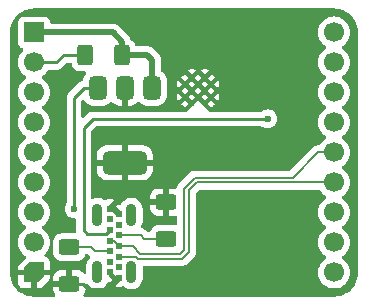
<source format=gbr>
%TF.GenerationSoftware,KiCad,Pcbnew,8.0.4*%
%TF.CreationDate,2024-07-30T10:21:49-04:00*%
%TF.ProjectId,esp32-c3-wroom-socket,65737033-322d-4633-932d-77726f6f6d2d,rev?*%
%TF.SameCoordinates,Original*%
%TF.FileFunction,Copper,L2,Bot*%
%TF.FilePolarity,Positive*%
%FSLAX46Y46*%
G04 Gerber Fmt 4.6, Leading zero omitted, Abs format (unit mm)*
G04 Created by KiCad (PCBNEW 8.0.4) date 2024-07-30 10:21:49*
%MOMM*%
%LPD*%
G01*
G04 APERTURE LIST*
G04 Aperture macros list*
%AMRoundRect*
0 Rectangle with rounded corners*
0 $1 Rounding radius*
0 $2 $3 $4 $5 $6 $7 $8 $9 X,Y pos of 4 corners*
0 Add a 4 corners polygon primitive as box body*
4,1,4,$2,$3,$4,$5,$6,$7,$8,$9,$2,$3,0*
0 Add four circle primitives for the rounded corners*
1,1,$1+$1,$2,$3*
1,1,$1+$1,$4,$5*
1,1,$1+$1,$6,$7*
1,1,$1+$1,$8,$9*
0 Add four rect primitives between the rounded corners*
20,1,$1+$1,$2,$3,$4,$5,0*
20,1,$1+$1,$4,$5,$6,$7,0*
20,1,$1+$1,$6,$7,$8,$9,0*
20,1,$1+$1,$8,$9,$2,$3,0*%
%AMOutline5P*
0 Free polygon, 5 corners , with rotation*
0 The origin of the aperture is its center*
0 number of corners: always 5*
0 $1 to $10 corner X, Y*
0 $11 Rotation angle, in degrees counterclockwise*
0 create outline with 5 corners*
4,1,5,$1,$2,$3,$4,$5,$6,$7,$8,$9,$10,$1,$2,$11*%
%AMOutline6P*
0 Free polygon, 6 corners , with rotation*
0 The origin of the aperture is its center*
0 number of corners: always 6*
0 $1 to $12 corner X, Y*
0 $13 Rotation angle, in degrees counterclockwise*
0 create outline with 6 corners*
4,1,6,$1,$2,$3,$4,$5,$6,$7,$8,$9,$10,$11,$12,$1,$2,$13*%
%AMOutline7P*
0 Free polygon, 7 corners , with rotation*
0 The origin of the aperture is its center*
0 number of corners: always 7*
0 $1 to $14 corner X, Y*
0 $15 Rotation angle, in degrees counterclockwise*
0 create outline with 7 corners*
4,1,7,$1,$2,$3,$4,$5,$6,$7,$8,$9,$10,$11,$12,$13,$14,$1,$2,$15*%
%AMOutline8P*
0 Free polygon, 8 corners , with rotation*
0 The origin of the aperture is its center*
0 number of corners: always 8*
0 $1 to $16 corner X, Y*
0 $17 Rotation angle, in degrees counterclockwise*
0 create outline with 8 corners*
4,1,8,$1,$2,$3,$4,$5,$6,$7,$8,$9,$10,$11,$12,$13,$14,$15,$16,$1,$2,$17*%
G04 Aperture macros list end*
%TA.AperFunction,ComponentPad*%
%ADD10C,0.400000*%
%TD*%
%TA.AperFunction,ComponentPad*%
%ADD11C,0.609600*%
%TD*%
%TA.AperFunction,ComponentPad*%
%ADD12O,0.914400X1.905000*%
%TD*%
%TA.AperFunction,ComponentPad*%
%ADD13R,1.700000X1.700000*%
%TD*%
%TA.AperFunction,ComponentPad*%
%ADD14C,1.700000*%
%TD*%
%TA.AperFunction,ComponentPad*%
%ADD15Outline6P,-0.850000X0.340000X-0.340000X0.850000X0.850000X0.850000X0.850000X-0.340000X0.340000X-0.850000X-0.850000X-0.850000X0.000000*%
%TD*%
%TA.AperFunction,SMDPad,CuDef*%
%ADD16RoundRect,0.375000X-0.375000X0.625000X-0.375000X-0.625000X0.375000X-0.625000X0.375000X0.625000X0*%
%TD*%
%TA.AperFunction,SMDPad,CuDef*%
%ADD17RoundRect,0.500000X-1.400000X0.500000X-1.400000X-0.500000X1.400000X-0.500000X1.400000X0.500000X0*%
%TD*%
%TA.AperFunction,SMDPad,CuDef*%
%ADD18RoundRect,0.250000X0.400000X0.625000X-0.400000X0.625000X-0.400000X-0.625000X0.400000X-0.625000X0*%
%TD*%
%TA.AperFunction,SMDPad,CuDef*%
%ADD19RoundRect,0.250000X-0.625000X0.400000X-0.625000X-0.400000X0.625000X-0.400000X0.625000X0.400000X0*%
%TD*%
%TA.AperFunction,ViaPad*%
%ADD20C,0.600000*%
%TD*%
%TA.AperFunction,Conductor*%
%ADD21C,0.250000*%
%TD*%
%TA.AperFunction,Conductor*%
%ADD22C,0.500000*%
%TD*%
%TA.AperFunction,Conductor*%
%ADD23C,0.200000*%
%TD*%
G04 APERTURE END LIST*
D10*
%TO.P,U1,28,GND__10*%
%TO.N,GND*%
X157350000Y-63300000D03*
%TO.P,U1,29,GND__11*%
X158450000Y-63300000D03*
%TO.P,U1,30,GND__12*%
X156800000Y-63850000D03*
%TO.P,U1,31,GND__13*%
X157900000Y-63850000D03*
%TO.P,U1,32,GND__14*%
X159000000Y-63850000D03*
%TO.P,U1,33,GND__15*%
X157350000Y-64400000D03*
%TO.P,U1,34,GND__16*%
X158450000Y-64400000D03*
%TO.P,U1,35,GND__17*%
X156800000Y-64950000D03*
%TO.P,U1,36,GND__18*%
X157900000Y-64950000D03*
%TO.P,U1,37,GND__19*%
X159000000Y-64950000D03*
%TO.P,U1,38,GND__20*%
X157350000Y-65500000D03*
%TO.P,U1,39,GND__21*%
X158450000Y-65500000D03*
%TD*%
D11*
%TO.P,J3,A1,GND*%
%TO.N,GND*%
X150419999Y-79799999D03*
%TO.P,J3,A4,VBUS*%
%TO.N,VBUS*%
X150419999Y-78899998D03*
%TO.P,J3,A5,CC1*%
%TO.N,Net-(J3-CC1)*%
X150419999Y-78000000D03*
%TO.P,J3,A6,DP1*%
%TO.N,USB_D+*%
X150419999Y-77099999D03*
%TO.P,J3,A7,DN1*%
%TO.N,USB_D-*%
X150419999Y-76199999D03*
%TO.P,J3,A9,VBUS*%
%TO.N,VBUS*%
X150419999Y-75300000D03*
%TO.P,J3,A12,GND*%
%TO.N,GND*%
X150419999Y-74400000D03*
%TO.P,J3,B1,GND*%
X151200000Y-74850000D03*
%TO.P,J3,B4,VBUS*%
%TO.N,VBUS*%
X151200000Y-75750000D03*
%TO.P,J3,B5,CC2*%
%TO.N,Net-(J3-CC2)*%
X151200000Y-76650000D03*
%TO.P,J3,B6,DP2*%
%TO.N,USB_D+*%
X151200000Y-77550000D03*
%TO.P,J3,B7,DN2*%
%TO.N,USB_D-*%
X151200000Y-78450000D03*
%TO.P,J3,B9,VBUS*%
%TO.N,VBUS*%
X151200000Y-79350000D03*
%TO.P,J3,B12,GND*%
%TO.N,GND*%
X151200000Y-80250000D03*
D12*
%TO.P,J3,S_1*%
%TO.N,N/C*%
X149379999Y-79749999D03*
%TO.P,J3,S_2*%
X152239999Y-79749999D03*
%TO.P,J3,S_3*%
X149379999Y-74950000D03*
%TO.P,J3,S_4*%
X152239999Y-74950000D03*
%TD*%
D13*
%TO.P,J2,1*%
%TO.N,3V3*%
X144010000Y-59480000D03*
D14*
%TO.P,J2,2*%
%TO.N,EN*%
X144010000Y-62020000D03*
%TO.P,J2,3*%
%TO.N,GPIO4*%
X144010000Y-64560000D03*
%TO.P,J2,4*%
%TO.N,GPIO5*%
X144010000Y-67100000D03*
%TO.P,J2,5*%
%TO.N,GPIO6*%
X144010000Y-69640000D03*
%TO.P,J2,6*%
%TO.N,GPIO7*%
X144010000Y-72180000D03*
%TO.P,J2,7*%
%TO.N,GPIO8*%
X144010000Y-74720000D03*
%TO.P,J2,8*%
%TO.N,GPIO9*%
X144010000Y-77260000D03*
D15*
%TO.P,J2,9*%
%TO.N,GND*%
X144010000Y-79800000D03*
D14*
%TO.P,J2,10*%
%TO.N,GPIO10*%
X169410000Y-79800000D03*
%TO.P,J2,11*%
%TO.N,UART-RX*%
X169410000Y-77260000D03*
%TO.P,J2,12*%
%TO.N,UART-TX*%
X169410000Y-74720000D03*
%TO.P,J2,13*%
%TO.N,USB_D-*%
X169410000Y-72180000D03*
%TO.P,J2,14*%
%TO.N,USB_D+*%
X169410000Y-69640000D03*
%TO.P,J2,15*%
%TO.N,GPIO3*%
X169410000Y-67100000D03*
%TO.P,J2,16*%
%TO.N,GPIO2*%
X169410000Y-64560000D03*
%TO.P,J2,17*%
%TO.N,GPIO1*%
X169410000Y-62020000D03*
%TO.P,J2,18*%
%TO.N,GPIO0*%
X169410000Y-59480000D03*
%TD*%
D16*
%TO.P,U2,1,VI*%
%TO.N,VBUS*%
X149400000Y-64200000D03*
%TO.P,U2,2,GND*%
%TO.N,GND*%
X151700000Y-64200000D03*
D17*
X151700000Y-70500000D03*
D16*
%TO.P,U2,3,VO*%
%TO.N,3V3*%
X154000000Y-64200000D03*
%TD*%
D18*
%TO.P,R1,1*%
%TO.N,3V3*%
X151450000Y-61400000D03*
%TO.P,R1,2*%
%TO.N,EN*%
X148350000Y-61400000D03*
%TD*%
D19*
%TO.P,R5,1*%
%TO.N,Net-(J3-CC1)*%
X147000000Y-77650000D03*
%TO.P,R5,2*%
%TO.N,GND*%
X147000000Y-80750000D03*
%TD*%
%TO.P,R6,1*%
%TO.N,GND*%
X155200000Y-73850000D03*
%TO.P,R6,2*%
%TO.N,Net-(J3-CC2)*%
X155200000Y-76950000D03*
%TD*%
D20*
%TO.N,GND*%
X155000000Y-58000000D03*
X154200000Y-58000000D03*
X153400000Y-58000000D03*
X152600000Y-58000000D03*
X156200000Y-68800000D03*
X156200000Y-69600000D03*
X156200000Y-70400000D03*
X156200000Y-71200000D03*
X164800000Y-77000000D03*
X165600000Y-77000000D03*
X166400000Y-77000000D03*
X152800000Y-68200000D03*
X152000000Y-68200000D03*
X151200000Y-68200000D03*
X150400000Y-68200000D03*
X154000000Y-80000000D03*
X154000000Y-81200000D03*
%TO.N,VBUS*%
X147400000Y-74400000D03*
%TO.N,USB_D-*%
X163800000Y-66800000D03*
%TD*%
D21*
%TO.N,USB_D-*%
X148504799Y-76504799D02*
X150115199Y-76504799D01*
X148200000Y-76200000D02*
X148504799Y-76504799D01*
X148200000Y-67600000D02*
X148200000Y-76200000D01*
X150115199Y-76504799D02*
X150419999Y-76199999D01*
X163800000Y-66800000D02*
X149000000Y-66800000D01*
X149000000Y-66800000D02*
X148200000Y-67600000D01*
%TO.N,VBUS*%
X148200000Y-64200000D02*
X149400000Y-64200000D01*
X147400000Y-65000000D02*
X148200000Y-64200000D01*
X147400000Y-74400000D02*
X147400000Y-65000000D01*
D22*
%TO.N,3V3*%
X154000000Y-61800000D02*
X154000000Y-64200000D01*
X153600000Y-61400000D02*
X154000000Y-61800000D01*
X151450000Y-61400000D02*
X153600000Y-61400000D01*
X151450000Y-60250000D02*
X151450000Y-61400000D01*
D21*
%TO.N,GND*%
X150419999Y-79799999D02*
X150870000Y-80250000D01*
D22*
X151200000Y-74850000D02*
X150750000Y-74400000D01*
D21*
X148150000Y-80750000D02*
X147000000Y-80750000D01*
X150250000Y-81200000D02*
X148600000Y-81200000D01*
D22*
X147402499Y-81152499D02*
X147000000Y-80750000D01*
D21*
X151200000Y-80250000D02*
X150250000Y-81200000D01*
X148600000Y-81200000D02*
X148150000Y-80750000D01*
X150870000Y-80250000D02*
X151200000Y-80250000D01*
D22*
X150750000Y-74400000D02*
X150419999Y-74400000D01*
D23*
%TO.N,USB_D+*%
X150749999Y-77099999D02*
X151200000Y-77550000D01*
X165920000Y-71780000D02*
X168060000Y-69640000D01*
X153000000Y-78200000D02*
X156400000Y-78200000D01*
X156400000Y-78200000D02*
X156700000Y-77900000D01*
X156700000Y-72700000D02*
X157620000Y-71780000D01*
X151200000Y-77550000D02*
X152350000Y-77550000D01*
X157620000Y-71780000D02*
X165920000Y-71780000D01*
X156700000Y-77900000D02*
X156700000Y-72700000D01*
X152350000Y-77550000D02*
X153000000Y-78200000D01*
X150419999Y-77099999D02*
X150749999Y-77099999D01*
X168060000Y-69640000D02*
X169410000Y-69640000D01*
%TO.N,USB_D-*%
X157125000Y-73255000D02*
X157125000Y-72840686D01*
X151200000Y-78450000D02*
X152648959Y-78450000D01*
X156576041Y-78625000D02*
X157125000Y-78076041D01*
X157785686Y-72180000D02*
X169410000Y-72180000D01*
X157125000Y-78076041D02*
X157125000Y-73255000D01*
X152823959Y-78625000D02*
X156576041Y-78625000D01*
X152648959Y-78450000D02*
X152823959Y-78625000D01*
X157125000Y-72840686D02*
X157785686Y-72180000D01*
D21*
%TO.N,EN*%
X148350000Y-61400000D02*
X146520000Y-61400000D01*
X144010000Y-62020000D02*
X145900000Y-62020000D01*
X146520000Y-61400000D02*
X145900000Y-62020000D01*
D22*
%TO.N,3V3*%
X150680000Y-59480000D02*
X151450000Y-60250000D01*
D23*
X144030000Y-59500000D02*
X144010000Y-59480000D01*
D22*
X144010000Y-59480000D02*
X150680000Y-59480000D01*
D23*
%TO.N,Net-(J3-CC2)*%
X153350000Y-76950000D02*
X155200000Y-76950000D01*
X151200000Y-76650000D02*
X153050000Y-76650000D01*
X153050000Y-76650000D02*
X153350000Y-76950000D01*
%TO.N,Net-(J3-CC1)*%
X150419999Y-78000000D02*
X149200000Y-78000000D01*
X149200000Y-78000000D02*
X148850000Y-77650000D01*
X148850000Y-77650000D02*
X147000000Y-77650000D01*
%TD*%
%TA.AperFunction,Conductor*%
%TO.N,GND*%
G36*
X169414042Y-57440765D02*
G01*
X169436774Y-57442254D01*
X169668114Y-57457417D01*
X169684172Y-57459532D01*
X169929888Y-57508408D01*
X169945554Y-57512606D01*
X170096709Y-57563916D01*
X170182788Y-57593136D01*
X170197765Y-57599339D01*
X170415336Y-57706633D01*
X170422460Y-57710146D01*
X170436508Y-57718256D01*
X170644815Y-57857443D01*
X170657679Y-57867314D01*
X170846033Y-58032497D01*
X170857502Y-58043966D01*
X171022685Y-58232320D01*
X171032558Y-58245186D01*
X171050778Y-58272455D01*
X171171743Y-58453492D01*
X171179853Y-58467539D01*
X171290657Y-58692227D01*
X171296864Y-58707213D01*
X171377393Y-58944445D01*
X171381591Y-58960111D01*
X171430465Y-59205813D01*
X171432583Y-59221895D01*
X171449235Y-59475956D01*
X171449500Y-59484066D01*
X171449500Y-79795933D01*
X171449235Y-79804043D01*
X171432583Y-80058104D01*
X171430465Y-80074186D01*
X171381591Y-80319888D01*
X171377393Y-80335554D01*
X171296864Y-80572786D01*
X171290657Y-80587772D01*
X171179853Y-80812460D01*
X171171743Y-80826507D01*
X171032559Y-81034811D01*
X171022685Y-81047679D01*
X170857502Y-81236033D01*
X170846033Y-81247502D01*
X170657679Y-81412685D01*
X170644811Y-81422559D01*
X170436507Y-81561743D01*
X170422460Y-81569853D01*
X170197772Y-81680657D01*
X170182786Y-81686864D01*
X169945554Y-81767393D01*
X169929888Y-81771591D01*
X169684186Y-81820465D01*
X169668104Y-81822583D01*
X169414043Y-81839235D01*
X169405933Y-81839500D01*
X148295523Y-81839500D01*
X148228484Y-81819815D01*
X148182729Y-81767011D01*
X148172785Y-81697853D01*
X148201810Y-81634297D01*
X148207842Y-81627819D01*
X148217315Y-81618345D01*
X148309356Y-81469124D01*
X148309358Y-81469119D01*
X148364505Y-81302697D01*
X148364506Y-81302690D01*
X148374999Y-81199986D01*
X148374999Y-80873799D01*
X148394683Y-80806760D01*
X148447487Y-80761005D01*
X148516646Y-80751061D01*
X148580201Y-80780086D01*
X148602101Y-80804907D01*
X148636107Y-80855800D01*
X148769497Y-80989190D01*
X148769501Y-80989193D01*
X148926351Y-81093998D01*
X148926364Y-81094005D01*
X149100643Y-81166193D01*
X149100648Y-81166195D01*
X149270527Y-81199986D01*
X149285669Y-81202998D01*
X149285672Y-81202999D01*
X149285674Y-81202999D01*
X149474326Y-81202999D01*
X149474327Y-81202998D01*
X149659350Y-81166195D01*
X149833640Y-81094002D01*
X149990497Y-80989193D01*
X150123893Y-80855797D01*
X150228702Y-80698940D01*
X150236760Y-80679485D01*
X150280599Y-80625083D01*
X150346892Y-80603016D01*
X150365206Y-80603717D01*
X150426506Y-80610624D01*
X150427336Y-80610671D01*
X150479857Y-80616588D01*
X150681446Y-80415000D01*
X150681446Y-80414999D01*
X150374018Y-80107571D01*
X150340533Y-80046248D01*
X150337699Y-80019890D01*
X150337699Y-79985851D01*
X150379580Y-80003199D01*
X150460418Y-80003199D01*
X150535103Y-79972264D01*
X150592264Y-79915103D01*
X150602214Y-79891081D01*
X150694725Y-79983592D01*
X150694731Y-79983597D01*
X150848374Y-80080138D01*
X150848377Y-80080140D01*
X150848381Y-80080141D01*
X150848382Y-80080142D01*
X150925158Y-80107007D01*
X151019670Y-80140078D01*
X151019675Y-80140079D01*
X151025324Y-80140715D01*
X150996800Y-80209581D01*
X150996800Y-80290419D01*
X151027735Y-80365104D01*
X151084896Y-80422265D01*
X151159581Y-80453200D01*
X151240419Y-80453200D01*
X151299259Y-80428828D01*
X151293275Y-80495705D01*
X151265566Y-80537985D01*
X150833410Y-80970141D01*
X150848597Y-80979685D01*
X150848601Y-80979687D01*
X151019784Y-81039587D01*
X151199997Y-81059892D01*
X151200003Y-81059892D01*
X151380214Y-81039587D01*
X151534919Y-80985453D01*
X151604698Y-80981891D01*
X151644764Y-80999391D01*
X151786358Y-81094002D01*
X151786360Y-81094003D01*
X151786364Y-81094005D01*
X151960643Y-81166193D01*
X151960648Y-81166195D01*
X152130527Y-81199986D01*
X152145669Y-81202998D01*
X152145672Y-81202999D01*
X152145674Y-81202999D01*
X152334326Y-81202999D01*
X152334327Y-81202998D01*
X152519350Y-81166195D01*
X152693640Y-81094002D01*
X152850497Y-80989193D01*
X152983893Y-80855797D01*
X153088702Y-80698940D01*
X153160895Y-80524650D01*
X153197699Y-80339624D01*
X153197699Y-79349500D01*
X153217384Y-79282461D01*
X153270188Y-79236706D01*
X153321699Y-79225500D01*
X156489372Y-79225500D01*
X156489388Y-79225501D01*
X156496984Y-79225501D01*
X156655095Y-79225501D01*
X156655098Y-79225501D01*
X156807826Y-79184577D01*
X156807828Y-79184575D01*
X156807830Y-79184575D01*
X156807831Y-79184574D01*
X156861305Y-79153701D01*
X156861306Y-79153700D01*
X156944757Y-79105520D01*
X157056561Y-78993716D01*
X157056561Y-78993714D01*
X157066765Y-78983511D01*
X157066769Y-78983506D01*
X157483506Y-78566769D01*
X157483511Y-78566765D01*
X157493714Y-78556561D01*
X157493716Y-78556561D01*
X157605520Y-78444757D01*
X157669854Y-78333327D01*
X157684577Y-78307826D01*
X157725500Y-78155099D01*
X157725500Y-77996984D01*
X157725500Y-73175943D01*
X157725500Y-73140783D01*
X157745185Y-73073744D01*
X157761819Y-73053102D01*
X157998102Y-72816819D01*
X158059425Y-72783334D01*
X158085783Y-72780500D01*
X168120909Y-72780500D01*
X168187948Y-72800185D01*
X168233292Y-72852097D01*
X168235965Y-72857830D01*
X168235966Y-72857831D01*
X168371501Y-73051395D01*
X168371506Y-73051402D01*
X168538597Y-73218493D01*
X168538603Y-73218498D01*
X168724158Y-73348425D01*
X168767783Y-73403002D01*
X168774977Y-73472500D01*
X168743454Y-73534855D01*
X168724158Y-73551575D01*
X168538597Y-73681505D01*
X168371505Y-73848597D01*
X168235965Y-74042169D01*
X168235964Y-74042171D01*
X168136098Y-74256335D01*
X168136094Y-74256344D01*
X168074938Y-74484586D01*
X168074936Y-74484596D01*
X168054341Y-74719999D01*
X168054341Y-74720000D01*
X168074936Y-74955403D01*
X168074938Y-74955413D01*
X168136094Y-75183655D01*
X168136096Y-75183659D01*
X168136097Y-75183663D01*
X168150007Y-75213493D01*
X168235965Y-75397830D01*
X168235967Y-75397834D01*
X168371501Y-75591395D01*
X168371506Y-75591402D01*
X168538597Y-75758493D01*
X168538603Y-75758498D01*
X168724158Y-75888425D01*
X168767783Y-75943002D01*
X168774977Y-76012500D01*
X168743454Y-76074855D01*
X168724158Y-76091575D01*
X168538597Y-76221505D01*
X168371505Y-76388597D01*
X168235965Y-76582169D01*
X168235964Y-76582171D01*
X168136098Y-76796335D01*
X168136094Y-76796344D01*
X168074938Y-77024586D01*
X168074936Y-77024596D01*
X168054341Y-77259999D01*
X168054341Y-77260000D01*
X168074936Y-77495403D01*
X168074938Y-77495413D01*
X168136094Y-77723655D01*
X168136096Y-77723659D01*
X168136097Y-77723663D01*
X168235965Y-77937830D01*
X168235967Y-77937834D01*
X168277385Y-77996984D01*
X168371501Y-78131396D01*
X168371506Y-78131402D01*
X168538597Y-78298493D01*
X168538603Y-78298498D01*
X168724158Y-78428425D01*
X168767783Y-78483002D01*
X168774977Y-78552500D01*
X168743454Y-78614855D01*
X168724158Y-78631575D01*
X168538597Y-78761505D01*
X168371505Y-78928597D01*
X168235965Y-79122169D01*
X168235964Y-79122171D01*
X168187781Y-79225501D01*
X168136686Y-79335075D01*
X168136098Y-79336335D01*
X168136094Y-79336344D01*
X168074938Y-79564586D01*
X168074936Y-79564596D01*
X168054341Y-79799999D01*
X168054341Y-79800000D01*
X168074936Y-80035403D01*
X168074938Y-80035413D01*
X168136094Y-80263655D01*
X168136096Y-80263659D01*
X168136097Y-80263663D01*
X168183400Y-80365104D01*
X168235965Y-80477830D01*
X168235967Y-80477834D01*
X168323621Y-80603016D01*
X168371505Y-80671401D01*
X168538599Y-80838495D01*
X168592162Y-80876000D01*
X168732165Y-80974032D01*
X168732167Y-80974033D01*
X168732170Y-80974035D01*
X168946337Y-81073903D01*
X169174592Y-81135063D01*
X169345319Y-81150000D01*
X169409999Y-81155659D01*
X169410000Y-81155659D01*
X169410001Y-81155659D01*
X169474681Y-81150000D01*
X169645408Y-81135063D01*
X169873663Y-81073903D01*
X170087830Y-80974035D01*
X170281401Y-80838495D01*
X170448495Y-80671401D01*
X170584035Y-80477830D01*
X170683903Y-80263663D01*
X170745063Y-80035408D01*
X170765659Y-79800000D01*
X170745063Y-79564592D01*
X170683903Y-79336337D01*
X170584035Y-79122171D01*
X170572375Y-79105518D01*
X170448494Y-78928597D01*
X170281402Y-78761506D01*
X170281396Y-78761501D01*
X170095842Y-78631575D01*
X170052217Y-78576998D01*
X170045023Y-78507500D01*
X170076546Y-78445145D01*
X170095842Y-78428425D01*
X170169157Y-78377089D01*
X170281401Y-78298495D01*
X170448495Y-78131401D01*
X170584035Y-77937830D01*
X170683903Y-77723663D01*
X170745063Y-77495408D01*
X170765659Y-77260000D01*
X170745063Y-77024592D01*
X170683903Y-76796337D01*
X170584035Y-76582171D01*
X170572142Y-76565185D01*
X170448494Y-76388597D01*
X170281402Y-76221506D01*
X170281396Y-76221501D01*
X170095842Y-76091575D01*
X170052217Y-76036998D01*
X170045023Y-75967500D01*
X170076546Y-75905145D01*
X170095842Y-75888425D01*
X170129032Y-75865185D01*
X170281401Y-75758495D01*
X170448495Y-75591401D01*
X170584035Y-75397830D01*
X170683903Y-75183663D01*
X170745063Y-74955408D01*
X170765659Y-74720000D01*
X170745063Y-74484592D01*
X170683903Y-74256337D01*
X170584035Y-74042171D01*
X170582078Y-74039375D01*
X170448494Y-73848597D01*
X170281402Y-73681506D01*
X170281396Y-73681501D01*
X170095842Y-73551575D01*
X170052217Y-73496998D01*
X170045023Y-73427500D01*
X170076546Y-73365145D01*
X170095842Y-73348425D01*
X170168853Y-73297302D01*
X170281401Y-73218495D01*
X170448495Y-73051401D01*
X170584035Y-72857830D01*
X170683903Y-72643663D01*
X170745063Y-72415408D01*
X170765659Y-72180000D01*
X170745063Y-71944592D01*
X170683903Y-71716337D01*
X170584035Y-71502171D01*
X170584034Y-71502169D01*
X170448494Y-71308597D01*
X170281402Y-71141506D01*
X170281396Y-71141501D01*
X170095842Y-71011575D01*
X170052217Y-70956998D01*
X170045023Y-70887500D01*
X170076546Y-70825145D01*
X170095842Y-70808425D01*
X170179281Y-70750000D01*
X170281401Y-70678495D01*
X170448495Y-70511401D01*
X170584035Y-70317830D01*
X170683903Y-70103663D01*
X170745063Y-69875408D01*
X170765659Y-69640000D01*
X170745063Y-69404592D01*
X170683903Y-69176337D01*
X170584035Y-68962171D01*
X170584034Y-68962169D01*
X170448494Y-68768597D01*
X170281402Y-68601506D01*
X170281396Y-68601501D01*
X170095842Y-68471575D01*
X170052217Y-68416998D01*
X170045023Y-68347500D01*
X170076546Y-68285145D01*
X170095842Y-68268425D01*
X170118026Y-68252891D01*
X170281401Y-68138495D01*
X170448495Y-67971401D01*
X170584035Y-67777830D01*
X170683903Y-67563663D01*
X170745063Y-67335408D01*
X170765659Y-67100000D01*
X170745063Y-66864592D01*
X170683903Y-66636337D01*
X170584035Y-66422171D01*
X170508392Y-66314140D01*
X170448494Y-66228597D01*
X170281402Y-66061506D01*
X170281396Y-66061501D01*
X170095842Y-65931575D01*
X170052217Y-65876998D01*
X170045023Y-65807500D01*
X170076546Y-65745145D01*
X170095842Y-65728425D01*
X170136437Y-65700000D01*
X170281401Y-65598495D01*
X170448495Y-65431401D01*
X170584035Y-65237830D01*
X170683903Y-65023663D01*
X170745063Y-64795408D01*
X170765659Y-64560000D01*
X170745063Y-64324592D01*
X170683903Y-64096337D01*
X170584035Y-63882171D01*
X170561510Y-63850001D01*
X170448494Y-63688597D01*
X170281402Y-63521506D01*
X170281396Y-63521501D01*
X170095842Y-63391575D01*
X170052217Y-63336998D01*
X170045023Y-63267500D01*
X170076546Y-63205145D01*
X170095842Y-63188425D01*
X170118105Y-63172836D01*
X170281401Y-63058495D01*
X170448495Y-62891401D01*
X170584035Y-62697830D01*
X170683903Y-62483663D01*
X170745063Y-62255408D01*
X170765659Y-62020000D01*
X170745063Y-61784592D01*
X170683903Y-61556337D01*
X170584035Y-61342171D01*
X170583652Y-61341623D01*
X170448494Y-61148597D01*
X170281402Y-60981506D01*
X170281396Y-60981501D01*
X170095842Y-60851575D01*
X170052217Y-60796998D01*
X170045023Y-60727500D01*
X170076546Y-60665145D01*
X170095842Y-60648425D01*
X170133295Y-60622200D01*
X170281401Y-60518495D01*
X170448495Y-60351401D01*
X170584035Y-60157830D01*
X170683903Y-59943663D01*
X170745063Y-59715408D01*
X170765659Y-59480000D01*
X170745063Y-59244592D01*
X170683903Y-59016337D01*
X170584035Y-58802171D01*
X170580265Y-58796786D01*
X170448494Y-58608597D01*
X170281402Y-58441506D01*
X170281395Y-58441501D01*
X170087834Y-58305967D01*
X170087830Y-58305965D01*
X170087828Y-58305964D01*
X169873663Y-58206097D01*
X169873659Y-58206096D01*
X169873655Y-58206094D01*
X169645413Y-58144938D01*
X169645403Y-58144936D01*
X169410001Y-58124341D01*
X169409999Y-58124341D01*
X169174596Y-58144936D01*
X169174586Y-58144938D01*
X168946344Y-58206094D01*
X168946335Y-58206098D01*
X168732171Y-58305964D01*
X168732169Y-58305965D01*
X168538597Y-58441505D01*
X168371505Y-58608597D01*
X168235965Y-58802169D01*
X168235964Y-58802171D01*
X168136098Y-59016335D01*
X168136094Y-59016344D01*
X168074938Y-59244586D01*
X168074936Y-59244596D01*
X168054341Y-59479999D01*
X168054341Y-59480000D01*
X168074936Y-59715403D01*
X168074938Y-59715413D01*
X168136094Y-59943655D01*
X168136096Y-59943659D01*
X168136097Y-59943663D01*
X168176864Y-60031087D01*
X168235965Y-60157830D01*
X168235967Y-60157834D01*
X168371501Y-60351395D01*
X168371506Y-60351402D01*
X168538597Y-60518493D01*
X168538603Y-60518498D01*
X168724158Y-60648425D01*
X168767783Y-60703002D01*
X168774977Y-60772500D01*
X168743454Y-60834855D01*
X168724158Y-60851575D01*
X168538597Y-60981505D01*
X168371505Y-61148597D01*
X168235965Y-61342169D01*
X168235964Y-61342171D01*
X168136098Y-61556335D01*
X168136094Y-61556344D01*
X168074938Y-61784586D01*
X168074936Y-61784596D01*
X168054341Y-62019999D01*
X168054341Y-62020000D01*
X168074936Y-62255403D01*
X168074938Y-62255413D01*
X168136094Y-62483655D01*
X168136096Y-62483659D01*
X168136097Y-62483663D01*
X168211563Y-62645500D01*
X168235965Y-62697830D01*
X168235967Y-62697834D01*
X168330589Y-62832967D01*
X168371501Y-62891396D01*
X168371506Y-62891402D01*
X168538597Y-63058493D01*
X168538603Y-63058498D01*
X168724158Y-63188425D01*
X168767783Y-63243002D01*
X168774977Y-63312500D01*
X168743454Y-63374855D01*
X168724158Y-63391575D01*
X168538597Y-63521505D01*
X168371505Y-63688597D01*
X168235965Y-63882169D01*
X168235964Y-63882171D01*
X168136098Y-64096335D01*
X168136094Y-64096344D01*
X168074938Y-64324586D01*
X168074936Y-64324596D01*
X168054341Y-64559999D01*
X168054341Y-64560000D01*
X168074936Y-64795403D01*
X168074938Y-64795413D01*
X168136094Y-65023655D01*
X168136096Y-65023659D01*
X168136097Y-65023663D01*
X168213160Y-65188924D01*
X168235965Y-65237830D01*
X168235967Y-65237834D01*
X168371501Y-65431395D01*
X168371506Y-65431402D01*
X168538597Y-65598493D01*
X168538603Y-65598498D01*
X168724158Y-65728425D01*
X168767783Y-65783002D01*
X168774977Y-65852500D01*
X168743454Y-65914855D01*
X168724158Y-65931575D01*
X168538597Y-66061505D01*
X168371505Y-66228597D01*
X168235965Y-66422169D01*
X168235964Y-66422171D01*
X168136098Y-66636335D01*
X168136094Y-66636344D01*
X168074938Y-66864586D01*
X168074936Y-66864596D01*
X168054341Y-67099999D01*
X168054341Y-67100000D01*
X168074936Y-67335403D01*
X168074938Y-67335413D01*
X168136094Y-67563655D01*
X168136096Y-67563659D01*
X168136097Y-67563663D01*
X168235965Y-67777830D01*
X168235967Y-67777834D01*
X168371501Y-67971395D01*
X168371506Y-67971402D01*
X168538597Y-68138493D01*
X168538603Y-68138498D01*
X168724158Y-68268425D01*
X168767783Y-68323002D01*
X168774977Y-68392500D01*
X168743454Y-68454855D01*
X168724158Y-68471575D01*
X168538597Y-68601505D01*
X168371506Y-68768596D01*
X168235965Y-68962170D01*
X168235962Y-68962176D01*
X168233292Y-68967903D01*
X168187120Y-69020343D01*
X168120910Y-69039499D01*
X167980943Y-69039499D01*
X167879963Y-69066557D01*
X167828210Y-69080424D01*
X167828209Y-69080425D01*
X167778096Y-69109359D01*
X167778095Y-69109360D01*
X167734689Y-69134420D01*
X167691285Y-69159479D01*
X167691282Y-69159481D01*
X167579478Y-69271286D01*
X165707584Y-71143181D01*
X165646261Y-71176666D01*
X165619903Y-71179500D01*
X157540940Y-71179500D01*
X157500019Y-71190464D01*
X157500019Y-71190465D01*
X157462751Y-71200451D01*
X157388214Y-71220423D01*
X157388209Y-71220426D01*
X157251290Y-71299475D01*
X157251282Y-71299481D01*
X156219479Y-72331284D01*
X156199507Y-72365878D01*
X156191065Y-72380501D01*
X156151126Y-72449676D01*
X156140424Y-72468213D01*
X156100228Y-72618224D01*
X156063862Y-72677884D01*
X156001015Y-72708413D01*
X155967850Y-72709488D01*
X155874986Y-72700000D01*
X155450000Y-72700000D01*
X155450000Y-74999999D01*
X155874972Y-74999999D01*
X155874984Y-74999998D01*
X155962897Y-74991017D01*
X156031590Y-75003786D01*
X156082475Y-75051667D01*
X156099500Y-75114375D01*
X156099500Y-75685120D01*
X156079815Y-75752159D01*
X156027011Y-75797914D01*
X155962898Y-75808478D01*
X155875011Y-75799500D01*
X154524998Y-75799500D01*
X154524981Y-75799501D01*
X154422203Y-75810000D01*
X154422200Y-75810001D01*
X154255668Y-75865185D01*
X154255663Y-75865187D01*
X154106342Y-75957289D01*
X153982289Y-76081342D01*
X153890187Y-76230663D01*
X153890184Y-76230671D01*
X153878972Y-76264506D01*
X153839199Y-76321950D01*
X153774683Y-76348772D01*
X153761267Y-76349500D01*
X153650097Y-76349500D01*
X153583058Y-76329815D01*
X153562416Y-76313181D01*
X153537590Y-76288355D01*
X153537588Y-76288352D01*
X153418717Y-76169481D01*
X153418709Y-76169475D01*
X153308880Y-76106066D01*
X153308879Y-76106065D01*
X153283780Y-76091575D01*
X153281785Y-76090423D01*
X153173175Y-76061320D01*
X153113516Y-76024955D01*
X153082987Y-75962108D01*
X153090708Y-75894096D01*
X153160895Y-75724651D01*
X153197699Y-75539625D01*
X153197699Y-74360375D01*
X153197699Y-74360372D01*
X153197698Y-74360370D01*
X153185687Y-74299986D01*
X153825001Y-74299986D01*
X153835494Y-74402697D01*
X153890641Y-74569119D01*
X153890643Y-74569124D01*
X153982684Y-74718345D01*
X154106654Y-74842315D01*
X154255875Y-74934356D01*
X154255880Y-74934358D01*
X154422302Y-74989505D01*
X154422309Y-74989506D01*
X154525019Y-74999999D01*
X154949999Y-74999999D01*
X154950000Y-74999998D01*
X154950000Y-74100000D01*
X153825001Y-74100000D01*
X153825001Y-74299986D01*
X153185687Y-74299986D01*
X153177006Y-74256344D01*
X153160895Y-74175349D01*
X153155610Y-74162590D01*
X153088705Y-74001065D01*
X153088698Y-74001052D01*
X152983893Y-73844202D01*
X152983890Y-73844198D01*
X152850500Y-73710808D01*
X152850496Y-73710805D01*
X152693646Y-73606000D01*
X152693633Y-73605993D01*
X152519354Y-73533805D01*
X152519342Y-73533802D01*
X152334327Y-73497000D01*
X152334324Y-73497000D01*
X152145674Y-73497000D01*
X152145671Y-73497000D01*
X151960655Y-73533802D01*
X151960643Y-73533805D01*
X151786364Y-73605993D01*
X151786351Y-73606000D01*
X151629501Y-73710805D01*
X151629497Y-73710808D01*
X151496107Y-73844198D01*
X151496104Y-73844202D01*
X151395588Y-73994635D01*
X151341976Y-74039440D01*
X151278602Y-74048964D01*
X151193502Y-74039375D01*
X151192655Y-74039328D01*
X151140140Y-74033411D01*
X150938553Y-74234999D01*
X151245980Y-74542426D01*
X151279465Y-74603749D01*
X151282299Y-74630107D01*
X151282299Y-74664146D01*
X151240419Y-74646800D01*
X151159581Y-74646800D01*
X151084896Y-74677735D01*
X151027735Y-74734896D01*
X151017784Y-74758918D01*
X150925273Y-74666407D01*
X150925267Y-74666402D01*
X150771624Y-74569861D01*
X150771621Y-74569859D01*
X150600328Y-74509921D01*
X150600324Y-74509920D01*
X150594674Y-74509283D01*
X150623199Y-74440419D01*
X150623199Y-74359581D01*
X150592264Y-74284896D01*
X150535103Y-74227735D01*
X150460418Y-74196800D01*
X150379580Y-74196800D01*
X150312894Y-74224421D01*
X150318427Y-74162590D01*
X150346136Y-74120308D01*
X150419999Y-74046446D01*
X150786586Y-73679857D01*
X150786587Y-73679857D01*
X150771395Y-73670312D01*
X150600214Y-73610412D01*
X150420002Y-73590108D01*
X150419996Y-73590108D01*
X150239786Y-73610412D01*
X150068597Y-73670313D01*
X150065151Y-73672479D01*
X150062612Y-73673196D01*
X150062328Y-73673333D01*
X150062304Y-73673283D01*
X149997913Y-73691472D01*
X149931079Y-73671099D01*
X149930298Y-73670581D01*
X149833646Y-73606000D01*
X149833633Y-73605993D01*
X149659354Y-73533805D01*
X149659342Y-73533802D01*
X149474327Y-73497000D01*
X149474324Y-73497000D01*
X149285674Y-73497000D01*
X149285671Y-73497000D01*
X149100655Y-73533802D01*
X149100643Y-73533805D01*
X148996952Y-73576755D01*
X148927482Y-73584224D01*
X148865003Y-73552948D01*
X148829352Y-73492859D01*
X148825500Y-73462194D01*
X148825500Y-73400013D01*
X153825000Y-73400013D01*
X153825000Y-73600000D01*
X154950000Y-73600000D01*
X154950000Y-72700000D01*
X154525028Y-72700000D01*
X154525012Y-72700001D01*
X154422302Y-72710494D01*
X154255880Y-72765641D01*
X154255875Y-72765643D01*
X154106654Y-72857684D01*
X153982684Y-72981654D01*
X153890643Y-73130875D01*
X153890641Y-73130880D01*
X153835494Y-73297302D01*
X153835493Y-73297309D01*
X153825000Y-73400013D01*
X148825500Y-73400013D01*
X148825500Y-71058000D01*
X149300000Y-71058000D01*
X149310608Y-71177325D01*
X149310609Y-71177328D01*
X149366557Y-71372861D01*
X149460721Y-71553129D01*
X149589246Y-71710753D01*
X149746870Y-71839278D01*
X149927138Y-71933442D01*
X150122671Y-71989390D01*
X150122674Y-71989391D01*
X150241999Y-71999999D01*
X150242002Y-72000000D01*
X151450000Y-72000000D01*
X151950000Y-72000000D01*
X153157998Y-72000000D01*
X153158000Y-71999999D01*
X153277325Y-71989391D01*
X153277328Y-71989390D01*
X153472861Y-71933442D01*
X153653129Y-71839278D01*
X153810753Y-71710753D01*
X153939278Y-71553129D01*
X154033442Y-71372861D01*
X154089390Y-71177328D01*
X154089391Y-71177325D01*
X154099999Y-71058000D01*
X154100000Y-71057998D01*
X154100000Y-70750000D01*
X151950000Y-70750000D01*
X151950000Y-72000000D01*
X151450000Y-72000000D01*
X151450000Y-70750000D01*
X149300000Y-70750000D01*
X149300000Y-71058000D01*
X148825500Y-71058000D01*
X148825500Y-69941999D01*
X149300000Y-69941999D01*
X149300000Y-70250000D01*
X151450000Y-70250000D01*
X151950000Y-70250000D01*
X154100000Y-70250000D01*
X154100000Y-69942002D01*
X154099999Y-69941999D01*
X154089391Y-69822674D01*
X154089390Y-69822671D01*
X154033442Y-69627138D01*
X153939278Y-69446870D01*
X153810753Y-69289246D01*
X153653129Y-69160721D01*
X153472861Y-69066557D01*
X153277328Y-69010609D01*
X153277325Y-69010608D01*
X153158000Y-69000000D01*
X151950000Y-69000000D01*
X151950000Y-70250000D01*
X151450000Y-70250000D01*
X151450000Y-69000000D01*
X150241999Y-69000000D01*
X150122674Y-69010608D01*
X150122671Y-69010609D01*
X149927138Y-69066557D01*
X149746870Y-69160721D01*
X149589246Y-69289246D01*
X149460721Y-69446870D01*
X149366557Y-69627138D01*
X149310609Y-69822671D01*
X149310608Y-69822674D01*
X149300000Y-69941999D01*
X148825500Y-69941999D01*
X148825500Y-67910452D01*
X148845185Y-67843413D01*
X148861819Y-67822771D01*
X149222771Y-67461819D01*
X149284094Y-67428334D01*
X149310452Y-67425500D01*
X163255145Y-67425500D01*
X163321116Y-67444505D01*
X163450478Y-67525789D01*
X163558693Y-67563655D01*
X163620745Y-67585368D01*
X163620750Y-67585369D01*
X163799996Y-67605565D01*
X163800000Y-67605565D01*
X163800004Y-67605565D01*
X163979249Y-67585369D01*
X163979252Y-67585368D01*
X163979255Y-67585368D01*
X164149522Y-67525789D01*
X164302262Y-67429816D01*
X164429816Y-67302262D01*
X164525789Y-67149522D01*
X164585368Y-66979255D01*
X164598287Y-66864596D01*
X164605565Y-66800003D01*
X164605565Y-66799996D01*
X164585369Y-66620750D01*
X164585368Y-66620745D01*
X164525788Y-66450476D01*
X164429815Y-66297737D01*
X164302262Y-66170184D01*
X164149523Y-66074211D01*
X163979254Y-66014631D01*
X163979249Y-66014630D01*
X163800004Y-65994435D01*
X163799996Y-65994435D01*
X163620750Y-66014630D01*
X163620745Y-66014631D01*
X163450476Y-66074211D01*
X163321117Y-66155494D01*
X163255145Y-66174500D01*
X158893020Y-66174500D01*
X158825981Y-66154815D01*
X158805339Y-66138181D01*
X158450000Y-65782843D01*
X158137320Y-65470163D01*
X158300000Y-65470163D01*
X158300000Y-65529837D01*
X158322836Y-65584968D01*
X158365032Y-65627164D01*
X158420163Y-65650000D01*
X158479837Y-65650000D01*
X158534968Y-65627164D01*
X158577164Y-65584968D01*
X158600000Y-65529837D01*
X158600000Y-65500000D01*
X158732843Y-65500000D01*
X159068721Y-65835879D01*
X159074371Y-65827693D01*
X159124538Y-65695415D01*
X159166716Y-65639712D01*
X159210807Y-65618989D01*
X159250043Y-65609318D01*
X159332959Y-65565801D01*
X159000000Y-65232843D01*
X158732843Y-65500000D01*
X158600000Y-65500000D01*
X158600000Y-65470163D01*
X158577164Y-65415032D01*
X158534968Y-65372836D01*
X158479837Y-65350000D01*
X158420163Y-65350000D01*
X158365032Y-65372836D01*
X158322836Y-65415032D01*
X158300000Y-65470163D01*
X158137320Y-65470163D01*
X157900000Y-65232843D01*
X157350000Y-65782843D01*
X156994660Y-66138181D01*
X156933337Y-66171666D01*
X156906979Y-66174500D01*
X148938389Y-66174500D01*
X148877971Y-66186518D01*
X148817548Y-66198537D01*
X148817546Y-66198537D01*
X148817545Y-66198538D01*
X148817543Y-66198538D01*
X148781742Y-66213368D01*
X148703715Y-66245686D01*
X148693627Y-66252428D01*
X148693626Y-66252429D01*
X148601268Y-66314140D01*
X148557705Y-66357703D01*
X148514142Y-66401267D01*
X148237181Y-66678228D01*
X148175858Y-66711713D01*
X148106166Y-66706729D01*
X148050233Y-66664857D01*
X148025816Y-66599393D01*
X148025500Y-66590547D01*
X148025500Y-65310452D01*
X148045185Y-65243413D01*
X148061708Y-65222882D01*
X148061794Y-65222794D01*
X148062103Y-65222486D01*
X148123382Y-65188924D01*
X148193080Y-65193820D01*
X148249067Y-65235621D01*
X148260982Y-65254962D01*
X148282969Y-65299295D01*
X148402277Y-65447721D01*
X148402278Y-65447722D01*
X148550704Y-65567030D01*
X148550707Y-65567032D01*
X148721302Y-65651639D01*
X148721303Y-65651639D01*
X148721307Y-65651641D01*
X148906111Y-65697600D01*
X148948877Y-65700500D01*
X149851122Y-65700499D01*
X149893889Y-65697600D01*
X150078693Y-65651641D01*
X150249296Y-65567030D01*
X150397722Y-65447722D01*
X150453675Y-65378112D01*
X150511015Y-65338196D01*
X150580837Y-65335616D01*
X150640970Y-65371194D01*
X150646967Y-65378115D01*
X150702632Y-65447366D01*
X150702633Y-65447367D01*
X150850974Y-65566607D01*
X150850977Y-65566609D01*
X151021476Y-65651168D01*
X151206175Y-65697102D01*
X151248903Y-65700000D01*
X151450000Y-65700000D01*
X151450000Y-64074000D01*
X151469685Y-64006961D01*
X151522489Y-63961206D01*
X151574000Y-63950000D01*
X151826000Y-63950000D01*
X151893039Y-63969685D01*
X151938794Y-64022489D01*
X151950000Y-64074000D01*
X151950000Y-65700000D01*
X152151097Y-65700000D01*
X152193824Y-65697102D01*
X152378523Y-65651168D01*
X152549022Y-65566609D01*
X152549025Y-65566607D01*
X152697366Y-65447367D01*
X152697367Y-65447366D01*
X152753033Y-65378115D01*
X152810376Y-65338196D01*
X152880198Y-65335616D01*
X152940331Y-65371194D01*
X152946305Y-65378089D01*
X153002278Y-65447722D01*
X153002280Y-65447724D01*
X153150704Y-65567030D01*
X153150707Y-65567032D01*
X153321302Y-65651639D01*
X153321303Y-65651639D01*
X153321307Y-65651641D01*
X153506111Y-65697600D01*
X153548877Y-65700500D01*
X154451122Y-65700499D01*
X154493889Y-65697600D01*
X154678693Y-65651641D01*
X154849296Y-65567030D01*
X154850825Y-65565801D01*
X156467039Y-65565801D01*
X156549953Y-65609317D01*
X156589193Y-65618989D01*
X156649574Y-65654144D01*
X156675461Y-65695414D01*
X156725629Y-65827694D01*
X156731277Y-65835878D01*
X157067157Y-65500000D01*
X157067157Y-65499999D01*
X157037321Y-65470163D01*
X157200000Y-65470163D01*
X157200000Y-65529837D01*
X157222836Y-65584968D01*
X157265032Y-65627164D01*
X157320163Y-65650000D01*
X157379837Y-65650000D01*
X157434968Y-65627164D01*
X157477164Y-65584968D01*
X157500000Y-65529837D01*
X157500000Y-65470163D01*
X157477164Y-65415032D01*
X157434968Y-65372836D01*
X157379837Y-65350000D01*
X157320163Y-65350000D01*
X157265032Y-65372836D01*
X157222836Y-65415032D01*
X157200000Y-65470163D01*
X157037321Y-65470163D01*
X156800001Y-65232843D01*
X156800000Y-65232843D01*
X156467039Y-65565801D01*
X154850825Y-65565801D01*
X154997722Y-65447722D01*
X155117030Y-65299296D01*
X155201641Y-65128693D01*
X155246081Y-64949999D01*
X156094859Y-64949999D01*
X156094859Y-64950000D01*
X156115348Y-65118748D01*
X156115349Y-65118751D01*
X156175629Y-65277694D01*
X156181277Y-65285878D01*
X156517157Y-64950000D01*
X156517157Y-64949999D01*
X156487321Y-64920163D01*
X156650000Y-64920163D01*
X156650000Y-64979837D01*
X156672836Y-65034968D01*
X156715032Y-65077164D01*
X156770163Y-65100000D01*
X156829837Y-65100000D01*
X156884968Y-65077164D01*
X156927164Y-65034968D01*
X156950000Y-64979837D01*
X156950000Y-64950000D01*
X157082843Y-64950000D01*
X157350000Y-65217157D01*
X157617157Y-64950000D01*
X157587320Y-64920163D01*
X157750000Y-64920163D01*
X157750000Y-64979837D01*
X157772836Y-65034968D01*
X157815032Y-65077164D01*
X157870163Y-65100000D01*
X157929837Y-65100000D01*
X157984968Y-65077164D01*
X158027164Y-65034968D01*
X158050000Y-64979837D01*
X158050000Y-64950000D01*
X158182843Y-64950000D01*
X158450000Y-65217157D01*
X158717157Y-64950000D01*
X158687320Y-64920163D01*
X158850000Y-64920163D01*
X158850000Y-64979837D01*
X158872836Y-65034968D01*
X158915032Y-65077164D01*
X158970163Y-65100000D01*
X159029837Y-65100000D01*
X159084968Y-65077164D01*
X159127164Y-65034968D01*
X159150000Y-64979837D01*
X159150000Y-64949999D01*
X159282843Y-64949999D01*
X159282843Y-64950001D01*
X159618721Y-65285879D01*
X159624370Y-65277694D01*
X159684650Y-65118751D01*
X159684651Y-65118748D01*
X159705141Y-64950000D01*
X159705141Y-64949999D01*
X159684651Y-64781251D01*
X159684650Y-64781245D01*
X159624371Y-64622305D01*
X159618722Y-64614120D01*
X159282843Y-64949999D01*
X159150000Y-64949999D01*
X159150000Y-64920163D01*
X159127164Y-64865032D01*
X159084968Y-64822836D01*
X159029837Y-64800000D01*
X158970163Y-64800000D01*
X158915032Y-64822836D01*
X158872836Y-64865032D01*
X158850000Y-64920163D01*
X158687320Y-64920163D01*
X158450000Y-64682843D01*
X158182843Y-64950000D01*
X158050000Y-64950000D01*
X158050000Y-64920163D01*
X158027164Y-64865032D01*
X157984968Y-64822836D01*
X157929837Y-64800000D01*
X157870163Y-64800000D01*
X157815032Y-64822836D01*
X157772836Y-64865032D01*
X157750000Y-64920163D01*
X157587320Y-64920163D01*
X157350000Y-64682843D01*
X157082843Y-64950000D01*
X156950000Y-64950000D01*
X156950000Y-64920163D01*
X156927164Y-64865032D01*
X156884968Y-64822836D01*
X156829837Y-64800000D01*
X156770163Y-64800000D01*
X156715032Y-64822836D01*
X156672836Y-64865032D01*
X156650000Y-64920163D01*
X156487321Y-64920163D01*
X156181277Y-64614119D01*
X156175629Y-64622303D01*
X156175628Y-64622306D01*
X156115349Y-64781245D01*
X156115348Y-64781251D01*
X156094859Y-64949999D01*
X155246081Y-64949999D01*
X155247600Y-64943889D01*
X155250500Y-64901123D01*
X155250500Y-64400000D01*
X156532843Y-64400000D01*
X156800000Y-64667157D01*
X157067157Y-64400000D01*
X157037320Y-64370163D01*
X157200000Y-64370163D01*
X157200000Y-64429837D01*
X157222836Y-64484968D01*
X157265032Y-64527164D01*
X157320163Y-64550000D01*
X157379837Y-64550000D01*
X157434968Y-64527164D01*
X157477164Y-64484968D01*
X157500000Y-64429837D01*
X157500000Y-64400000D01*
X157632843Y-64400000D01*
X157900000Y-64667157D01*
X158167157Y-64400000D01*
X158137320Y-64370163D01*
X158300000Y-64370163D01*
X158300000Y-64429837D01*
X158322836Y-64484968D01*
X158365032Y-64527164D01*
X158420163Y-64550000D01*
X158479837Y-64550000D01*
X158534968Y-64527164D01*
X158577164Y-64484968D01*
X158600000Y-64429837D01*
X158600000Y-64400000D01*
X158732843Y-64400000D01*
X159000000Y-64667157D01*
X159267157Y-64400000D01*
X159000000Y-64132843D01*
X158732843Y-64400000D01*
X158600000Y-64400000D01*
X158600000Y-64370163D01*
X158577164Y-64315032D01*
X158534968Y-64272836D01*
X158479837Y-64250000D01*
X158420163Y-64250000D01*
X158365032Y-64272836D01*
X158322836Y-64315032D01*
X158300000Y-64370163D01*
X158137320Y-64370163D01*
X157900000Y-64132843D01*
X157632843Y-64400000D01*
X157500000Y-64400000D01*
X157500000Y-64370163D01*
X157477164Y-64315032D01*
X157434968Y-64272836D01*
X157379837Y-64250000D01*
X157320163Y-64250000D01*
X157265032Y-64272836D01*
X157222836Y-64315032D01*
X157200000Y-64370163D01*
X157037320Y-64370163D01*
X156800000Y-64132843D01*
X156532843Y-64400000D01*
X155250500Y-64400000D01*
X155250499Y-63849999D01*
X156094859Y-63849999D01*
X156094859Y-63850000D01*
X156115348Y-64018748D01*
X156115349Y-64018751D01*
X156175629Y-64177694D01*
X156181277Y-64185878D01*
X156517157Y-63850000D01*
X156517157Y-63849999D01*
X156487321Y-63820163D01*
X156650000Y-63820163D01*
X156650000Y-63879837D01*
X156672836Y-63934968D01*
X156715032Y-63977164D01*
X156770163Y-64000000D01*
X156829837Y-64000000D01*
X156884968Y-63977164D01*
X156927164Y-63934968D01*
X156950000Y-63879837D01*
X156950000Y-63850000D01*
X157082843Y-63850000D01*
X157350000Y-64117157D01*
X157617157Y-63850000D01*
X157587320Y-63820163D01*
X157750000Y-63820163D01*
X157750000Y-63879837D01*
X157772836Y-63934968D01*
X157815032Y-63977164D01*
X157870163Y-64000000D01*
X157929837Y-64000000D01*
X157984968Y-63977164D01*
X158027164Y-63934968D01*
X158050000Y-63879837D01*
X158050000Y-63850000D01*
X158182843Y-63850000D01*
X158450000Y-64117157D01*
X158717157Y-63850000D01*
X158687320Y-63820163D01*
X158850000Y-63820163D01*
X158850000Y-63879837D01*
X158872836Y-63934968D01*
X158915032Y-63977164D01*
X158970163Y-64000000D01*
X159029837Y-64000000D01*
X159084968Y-63977164D01*
X159127164Y-63934968D01*
X159150000Y-63879837D01*
X159150000Y-63849999D01*
X159282843Y-63849999D01*
X159282843Y-63850001D01*
X159618721Y-64185879D01*
X159624370Y-64177694D01*
X159684650Y-64018751D01*
X159684651Y-64018748D01*
X159705141Y-63850000D01*
X159705141Y-63849999D01*
X159684651Y-63681251D01*
X159684650Y-63681245D01*
X159624371Y-63522305D01*
X159618722Y-63514120D01*
X159282843Y-63849999D01*
X159150000Y-63849999D01*
X159150000Y-63820163D01*
X159127164Y-63765032D01*
X159084968Y-63722836D01*
X159029837Y-63700000D01*
X158970163Y-63700000D01*
X158915032Y-63722836D01*
X158872836Y-63765032D01*
X158850000Y-63820163D01*
X158687320Y-63820163D01*
X158450000Y-63582843D01*
X158182843Y-63850000D01*
X158050000Y-63850000D01*
X158050000Y-63820163D01*
X158027164Y-63765032D01*
X157984968Y-63722836D01*
X157929837Y-63700000D01*
X157870163Y-63700000D01*
X157815032Y-63722836D01*
X157772836Y-63765032D01*
X157750000Y-63820163D01*
X157587320Y-63820163D01*
X157350000Y-63582843D01*
X157082843Y-63850000D01*
X156950000Y-63850000D01*
X156950000Y-63820163D01*
X156927164Y-63765032D01*
X156884968Y-63722836D01*
X156829837Y-63700000D01*
X156770163Y-63700000D01*
X156715032Y-63722836D01*
X156672836Y-63765032D01*
X156650000Y-63820163D01*
X156487321Y-63820163D01*
X156181277Y-63514119D01*
X156175629Y-63522303D01*
X156175628Y-63522306D01*
X156115349Y-63681245D01*
X156115348Y-63681251D01*
X156094859Y-63849999D01*
X155250499Y-63849999D01*
X155250499Y-63498878D01*
X155247600Y-63456111D01*
X155201641Y-63271307D01*
X155183236Y-63234196D01*
X156467039Y-63234196D01*
X156800000Y-63567157D01*
X157067157Y-63300000D01*
X157067157Y-63299999D01*
X157037321Y-63270163D01*
X157200000Y-63270163D01*
X157200000Y-63329837D01*
X157222836Y-63384968D01*
X157265032Y-63427164D01*
X157320163Y-63450000D01*
X157379837Y-63450000D01*
X157434968Y-63427164D01*
X157477164Y-63384968D01*
X157500000Y-63329837D01*
X157500000Y-63300000D01*
X157632843Y-63300000D01*
X157900000Y-63567157D01*
X158167157Y-63300000D01*
X158137320Y-63270163D01*
X158300000Y-63270163D01*
X158300000Y-63329837D01*
X158322836Y-63384968D01*
X158365032Y-63427164D01*
X158420163Y-63450000D01*
X158479837Y-63450000D01*
X158534968Y-63427164D01*
X158577164Y-63384968D01*
X158600000Y-63329837D01*
X158600000Y-63299999D01*
X158732843Y-63299999D01*
X158732843Y-63300000D01*
X159000000Y-63567157D01*
X159000001Y-63567157D01*
X159332959Y-63234197D01*
X159332959Y-63234196D01*
X159250044Y-63190681D01*
X159250042Y-63190680D01*
X159210803Y-63181008D01*
X159150423Y-63145851D01*
X159124538Y-63104583D01*
X159074371Y-62972305D01*
X159068722Y-62964120D01*
X158732843Y-63299999D01*
X158600000Y-63299999D01*
X158600000Y-63270163D01*
X158577164Y-63215032D01*
X158534968Y-63172836D01*
X158479837Y-63150000D01*
X158420163Y-63150000D01*
X158365032Y-63172836D01*
X158322836Y-63215032D01*
X158300000Y-63270163D01*
X158137320Y-63270163D01*
X157900000Y-63032843D01*
X157632843Y-63300000D01*
X157500000Y-63300000D01*
X157500000Y-63270163D01*
X157477164Y-63215032D01*
X157434968Y-63172836D01*
X157379837Y-63150000D01*
X157320163Y-63150000D01*
X157265032Y-63172836D01*
X157222836Y-63215032D01*
X157200000Y-63270163D01*
X157037321Y-63270163D01*
X156731277Y-62964119D01*
X156725629Y-62972303D01*
X156725629Y-62972304D01*
X156675461Y-63104584D01*
X156633282Y-63160286D01*
X156589197Y-63181008D01*
X156549955Y-63190681D01*
X156549951Y-63190682D01*
X156467039Y-63234196D01*
X155183236Y-63234196D01*
X155161655Y-63190682D01*
X155117032Y-63100707D01*
X155117030Y-63100704D01*
X154997722Y-62952278D01*
X154997721Y-62952277D01*
X154849295Y-62832969D01*
X154819405Y-62818145D01*
X154768092Y-62770723D01*
X154750500Y-62707057D01*
X154750500Y-62684196D01*
X157017039Y-62684196D01*
X157350000Y-63017157D01*
X157350001Y-63017157D01*
X157682959Y-62684197D01*
X157682959Y-62684196D01*
X158117039Y-62684196D01*
X158450000Y-63017157D01*
X158450001Y-63017157D01*
X158782959Y-62684197D01*
X158782959Y-62684196D01*
X158700046Y-62640682D01*
X158534994Y-62600000D01*
X158365006Y-62600000D01*
X158199951Y-62640682D01*
X158117039Y-62684196D01*
X157682959Y-62684196D01*
X157600046Y-62640682D01*
X157434994Y-62600000D01*
X157265006Y-62600000D01*
X157099951Y-62640682D01*
X157017039Y-62684196D01*
X154750500Y-62684196D01*
X154750500Y-61726079D01*
X154721659Y-61581092D01*
X154721658Y-61581091D01*
X154721658Y-61581087D01*
X154711406Y-61556337D01*
X154665087Y-61444511D01*
X154665080Y-61444498D01*
X154582952Y-61321585D01*
X154582951Y-61321584D01*
X154478416Y-61217049D01*
X154409964Y-61148597D01*
X154078421Y-60817052D01*
X154078414Y-60817046D01*
X153983911Y-60753902D01*
X153983910Y-60753902D01*
X153955495Y-60734916D01*
X153955488Y-60734912D01*
X153818917Y-60678343D01*
X153818907Y-60678340D01*
X153673920Y-60649500D01*
X153673918Y-60649500D01*
X152688585Y-60649500D01*
X152621546Y-60629815D01*
X152575791Y-60577011D01*
X152570879Y-60564504D01*
X152534814Y-60455666D01*
X152442712Y-60306344D01*
X152318656Y-60182288D01*
X152231361Y-60128444D01*
X152184638Y-60076497D01*
X152174842Y-60047095D01*
X152171658Y-60031087D01*
X152162413Y-60008768D01*
X152115087Y-59894511D01*
X152115080Y-59894498D01*
X152032952Y-59771585D01*
X152032951Y-59771584D01*
X151928416Y-59667049D01*
X151737323Y-59475956D01*
X151158418Y-58897049D01*
X151158416Y-58897047D01*
X151109092Y-58864091D01*
X151076355Y-58842218D01*
X151035495Y-58814916D01*
X151035494Y-58814915D01*
X151035492Y-58814914D01*
X151035490Y-58814913D01*
X150898917Y-58758343D01*
X150898907Y-58758340D01*
X150753920Y-58729500D01*
X150753918Y-58729500D01*
X145484499Y-58729500D01*
X145417460Y-58709815D01*
X145371705Y-58657011D01*
X145360499Y-58605500D01*
X145360499Y-58582129D01*
X145360498Y-58582123D01*
X145360497Y-58582116D01*
X145354091Y-58522517D01*
X145328346Y-58453492D01*
X145303797Y-58387671D01*
X145303793Y-58387664D01*
X145217547Y-58272455D01*
X145217544Y-58272452D01*
X145102335Y-58186206D01*
X145102328Y-58186202D01*
X144967482Y-58135908D01*
X144967483Y-58135908D01*
X144907883Y-58129501D01*
X144907881Y-58129500D01*
X144907873Y-58129500D01*
X144907864Y-58129500D01*
X143112129Y-58129500D01*
X143112123Y-58129501D01*
X143052516Y-58135908D01*
X142917671Y-58186202D01*
X142917664Y-58186206D01*
X142802455Y-58272452D01*
X142802452Y-58272455D01*
X142716206Y-58387664D01*
X142716202Y-58387671D01*
X142665908Y-58522517D01*
X142659501Y-58582116D01*
X142659501Y-58582123D01*
X142659500Y-58582135D01*
X142659500Y-60377870D01*
X142659501Y-60377876D01*
X142665908Y-60437483D01*
X142716202Y-60572328D01*
X142716206Y-60572335D01*
X142802452Y-60687544D01*
X142802455Y-60687547D01*
X142917664Y-60773793D01*
X142917671Y-60773797D01*
X143049081Y-60822810D01*
X143105015Y-60864681D01*
X143129432Y-60930145D01*
X143114580Y-60998418D01*
X143093430Y-61026673D01*
X142971503Y-61148600D01*
X142835965Y-61342169D01*
X142835964Y-61342171D01*
X142736098Y-61556335D01*
X142736094Y-61556344D01*
X142674938Y-61784586D01*
X142674936Y-61784596D01*
X142654341Y-62019999D01*
X142654341Y-62020000D01*
X142674936Y-62255403D01*
X142674938Y-62255413D01*
X142736094Y-62483655D01*
X142736096Y-62483659D01*
X142736097Y-62483663D01*
X142811563Y-62645500D01*
X142835965Y-62697830D01*
X142835967Y-62697834D01*
X142930589Y-62832967D01*
X142971501Y-62891396D01*
X142971506Y-62891402D01*
X143138597Y-63058493D01*
X143138603Y-63058498D01*
X143324158Y-63188425D01*
X143367783Y-63243002D01*
X143374977Y-63312500D01*
X143343454Y-63374855D01*
X143324158Y-63391575D01*
X143138597Y-63521505D01*
X142971505Y-63688597D01*
X142835965Y-63882169D01*
X142835964Y-63882171D01*
X142736098Y-64096335D01*
X142736094Y-64096344D01*
X142674938Y-64324586D01*
X142674936Y-64324596D01*
X142654341Y-64559999D01*
X142654341Y-64560000D01*
X142674936Y-64795403D01*
X142674938Y-64795413D01*
X142736094Y-65023655D01*
X142736096Y-65023659D01*
X142736097Y-65023663D01*
X142813160Y-65188924D01*
X142835965Y-65237830D01*
X142835967Y-65237834D01*
X142971501Y-65431395D01*
X142971506Y-65431402D01*
X143138597Y-65598493D01*
X143138603Y-65598498D01*
X143324158Y-65728425D01*
X143367783Y-65783002D01*
X143374977Y-65852500D01*
X143343454Y-65914855D01*
X143324158Y-65931575D01*
X143138597Y-66061505D01*
X142971505Y-66228597D01*
X142835965Y-66422169D01*
X142835964Y-66422171D01*
X142736098Y-66636335D01*
X142736094Y-66636344D01*
X142674938Y-66864586D01*
X142674936Y-66864596D01*
X142654341Y-67099999D01*
X142654341Y-67100000D01*
X142674936Y-67335403D01*
X142674938Y-67335413D01*
X142736094Y-67563655D01*
X142736096Y-67563659D01*
X142736097Y-67563663D01*
X142835965Y-67777830D01*
X142835967Y-67777834D01*
X142971501Y-67971395D01*
X142971506Y-67971402D01*
X143138597Y-68138493D01*
X143138603Y-68138498D01*
X143324158Y-68268425D01*
X143367783Y-68323002D01*
X143374977Y-68392500D01*
X143343454Y-68454855D01*
X143324158Y-68471575D01*
X143138597Y-68601505D01*
X142971505Y-68768597D01*
X142835965Y-68962169D01*
X142835964Y-68962171D01*
X142736098Y-69176335D01*
X142736094Y-69176344D01*
X142674938Y-69404586D01*
X142674936Y-69404596D01*
X142654341Y-69639999D01*
X142654341Y-69640000D01*
X142674936Y-69875403D01*
X142674938Y-69875413D01*
X142736094Y-70103655D01*
X142736096Y-70103659D01*
X142736097Y-70103663D01*
X142804335Y-70250000D01*
X142835965Y-70317830D01*
X142835967Y-70317834D01*
X142918848Y-70436199D01*
X142971501Y-70511396D01*
X142971506Y-70511402D01*
X143138597Y-70678493D01*
X143138603Y-70678498D01*
X143324158Y-70808425D01*
X143367783Y-70863002D01*
X143374977Y-70932500D01*
X143343454Y-70994855D01*
X143324158Y-71011575D01*
X143138597Y-71141505D01*
X142971505Y-71308597D01*
X142835965Y-71502169D01*
X142835964Y-71502171D01*
X142736098Y-71716335D01*
X142736094Y-71716344D01*
X142674938Y-71944586D01*
X142674936Y-71944596D01*
X142654341Y-72179999D01*
X142654341Y-72180000D01*
X142674936Y-72415403D01*
X142674938Y-72415413D01*
X142736094Y-72643655D01*
X142736096Y-72643659D01*
X142736097Y-72643663D01*
X142801227Y-72783334D01*
X142835965Y-72857830D01*
X142835967Y-72857834D01*
X142971501Y-73051395D01*
X142971506Y-73051402D01*
X143138597Y-73218493D01*
X143138603Y-73218498D01*
X143324158Y-73348425D01*
X143367783Y-73403002D01*
X143374977Y-73472500D01*
X143343454Y-73534855D01*
X143324158Y-73551575D01*
X143138597Y-73681505D01*
X142971505Y-73848597D01*
X142835965Y-74042169D01*
X142835964Y-74042171D01*
X142736098Y-74256335D01*
X142736094Y-74256344D01*
X142674938Y-74484586D01*
X142674936Y-74484596D01*
X142654341Y-74719999D01*
X142654341Y-74720000D01*
X142674936Y-74955403D01*
X142674938Y-74955413D01*
X142736094Y-75183655D01*
X142736096Y-75183659D01*
X142736097Y-75183663D01*
X142750007Y-75213493D01*
X142835965Y-75397830D01*
X142835967Y-75397834D01*
X142971501Y-75591395D01*
X142971506Y-75591402D01*
X143138597Y-75758493D01*
X143138603Y-75758498D01*
X143324158Y-75888425D01*
X143367783Y-75943002D01*
X143374977Y-76012500D01*
X143343454Y-76074855D01*
X143324158Y-76091575D01*
X143138597Y-76221505D01*
X142971505Y-76388597D01*
X142835965Y-76582169D01*
X142835964Y-76582171D01*
X142736098Y-76796335D01*
X142736094Y-76796344D01*
X142674938Y-77024586D01*
X142674936Y-77024596D01*
X142654341Y-77259999D01*
X142654341Y-77260000D01*
X142674936Y-77495403D01*
X142674938Y-77495413D01*
X142736094Y-77723655D01*
X142736096Y-77723659D01*
X142736097Y-77723663D01*
X142835965Y-77937830D01*
X142835967Y-77937834D01*
X142877385Y-77996984D01*
X142971505Y-78131401D01*
X143138599Y-78298495D01*
X143250843Y-78377089D01*
X143297395Y-78409685D01*
X143341019Y-78464262D01*
X143348212Y-78533761D01*
X143316690Y-78596115D01*
X143313952Y-78598941D01*
X142777504Y-79135389D01*
X142777492Y-79135403D01*
X142725570Y-79202241D01*
X142725570Y-79202242D01*
X142670549Y-79335075D01*
X142660000Y-79419058D01*
X142660000Y-79550000D01*
X143576988Y-79550000D01*
X143544075Y-79607007D01*
X143510000Y-79734174D01*
X143510000Y-79865826D01*
X143544075Y-79992993D01*
X143576988Y-80050000D01*
X142660000Y-80050000D01*
X142660000Y-80697844D01*
X142666401Y-80757372D01*
X142666403Y-80757379D01*
X142716645Y-80892086D01*
X142716649Y-80892093D01*
X142802809Y-81007187D01*
X142802812Y-81007190D01*
X142917906Y-81093350D01*
X142917913Y-81093354D01*
X143052620Y-81143596D01*
X143052627Y-81143598D01*
X143112155Y-81149999D01*
X143112172Y-81150000D01*
X143760000Y-81150000D01*
X143760000Y-80233012D01*
X143817007Y-80265925D01*
X143944174Y-80300000D01*
X144075826Y-80300000D01*
X144202993Y-80265925D01*
X144260000Y-80233012D01*
X144260000Y-81150000D01*
X144390942Y-81150000D01*
X144390943Y-81149999D01*
X144474925Y-81139450D01*
X144607758Y-81084429D01*
X144674596Y-81032507D01*
X144674609Y-81032496D01*
X145242496Y-80464609D01*
X145242507Y-80464596D01*
X145294429Y-80397758D01*
X145294429Y-80397757D01*
X145334916Y-80300013D01*
X145625000Y-80300013D01*
X145625000Y-80500000D01*
X146750000Y-80500000D01*
X146750000Y-79600000D01*
X146325028Y-79600000D01*
X146325012Y-79600001D01*
X146222302Y-79610494D01*
X146055880Y-79665641D01*
X146055875Y-79665643D01*
X145906654Y-79757684D01*
X145782684Y-79881654D01*
X145690643Y-80030875D01*
X145690641Y-80030880D01*
X145635494Y-80197302D01*
X145635493Y-80197309D01*
X145625000Y-80300013D01*
X145334916Y-80300013D01*
X145349450Y-80264924D01*
X145359999Y-80180941D01*
X145360000Y-80180935D01*
X145360000Y-80050000D01*
X144443012Y-80050000D01*
X144475925Y-79992993D01*
X144510000Y-79865826D01*
X144510000Y-79734174D01*
X144475925Y-79607007D01*
X144443012Y-79550000D01*
X145360000Y-79550000D01*
X145360000Y-78902172D01*
X145359999Y-78902155D01*
X145353598Y-78842627D01*
X145353596Y-78842620D01*
X145303354Y-78707913D01*
X145303350Y-78707906D01*
X145217190Y-78592812D01*
X145217187Y-78592809D01*
X145102093Y-78506649D01*
X145102088Y-78506646D01*
X144970528Y-78457577D01*
X144914595Y-78415705D01*
X144890178Y-78350241D01*
X144905030Y-78281968D01*
X144926175Y-78253720D01*
X145048495Y-78131401D01*
X145184035Y-77937830D01*
X145283903Y-77723663D01*
X145345063Y-77495408D01*
X145365659Y-77260000D01*
X145345063Y-77024592D01*
X145283903Y-76796337D01*
X145184035Y-76582171D01*
X145172142Y-76565185D01*
X145048494Y-76388597D01*
X144881402Y-76221506D01*
X144881396Y-76221501D01*
X144695842Y-76091575D01*
X144652217Y-76036998D01*
X144645023Y-75967500D01*
X144676546Y-75905145D01*
X144695842Y-75888425D01*
X144729032Y-75865185D01*
X144881401Y-75758495D01*
X145048495Y-75591401D01*
X145184035Y-75397830D01*
X145283903Y-75183663D01*
X145345063Y-74955408D01*
X145365659Y-74720000D01*
X145345063Y-74484592D01*
X145283903Y-74256337D01*
X145184035Y-74042171D01*
X145182078Y-74039375D01*
X145048494Y-73848597D01*
X144881402Y-73681506D01*
X144881396Y-73681501D01*
X144695842Y-73551575D01*
X144652217Y-73496998D01*
X144645023Y-73427500D01*
X144676546Y-73365145D01*
X144695842Y-73348425D01*
X144768853Y-73297302D01*
X144881401Y-73218495D01*
X145048495Y-73051401D01*
X145184035Y-72857830D01*
X145283903Y-72643663D01*
X145345063Y-72415408D01*
X145365659Y-72180000D01*
X145345063Y-71944592D01*
X145283903Y-71716337D01*
X145184035Y-71502171D01*
X145184034Y-71502169D01*
X145048494Y-71308597D01*
X144881402Y-71141506D01*
X144881396Y-71141501D01*
X144695842Y-71011575D01*
X144652217Y-70956998D01*
X144645023Y-70887500D01*
X144676546Y-70825145D01*
X144695842Y-70808425D01*
X144779281Y-70750000D01*
X144881401Y-70678495D01*
X145048495Y-70511401D01*
X145184035Y-70317830D01*
X145283903Y-70103663D01*
X145345063Y-69875408D01*
X145365659Y-69640000D01*
X145345063Y-69404592D01*
X145283903Y-69176337D01*
X145184035Y-68962171D01*
X145184034Y-68962169D01*
X145048494Y-68768597D01*
X144881402Y-68601506D01*
X144881396Y-68601501D01*
X144695842Y-68471575D01*
X144652217Y-68416998D01*
X144645023Y-68347500D01*
X144676546Y-68285145D01*
X144695842Y-68268425D01*
X144718026Y-68252891D01*
X144881401Y-68138495D01*
X145048495Y-67971401D01*
X145184035Y-67777830D01*
X145283903Y-67563663D01*
X145345063Y-67335408D01*
X145365659Y-67100000D01*
X145345063Y-66864592D01*
X145283903Y-66636337D01*
X145184035Y-66422171D01*
X145108392Y-66314140D01*
X145048494Y-66228597D01*
X144881402Y-66061506D01*
X144881396Y-66061501D01*
X144695842Y-65931575D01*
X144652217Y-65876998D01*
X144645023Y-65807500D01*
X144676546Y-65745145D01*
X144695842Y-65728425D01*
X144736437Y-65700000D01*
X144881401Y-65598495D01*
X145048495Y-65431401D01*
X145184035Y-65237830D01*
X145283903Y-65023663D01*
X145345063Y-64795408D01*
X145365659Y-64560000D01*
X145345063Y-64324592D01*
X145283903Y-64096337D01*
X145184035Y-63882171D01*
X145161510Y-63850001D01*
X145048494Y-63688597D01*
X144881402Y-63521506D01*
X144881396Y-63521501D01*
X144695842Y-63391575D01*
X144652217Y-63336998D01*
X144645023Y-63267500D01*
X144676546Y-63205145D01*
X144695842Y-63188425D01*
X144718105Y-63172836D01*
X144881401Y-63058495D01*
X145048495Y-62891401D01*
X145183652Y-62698377D01*
X145238229Y-62654752D01*
X145285227Y-62645500D01*
X145961607Y-62645500D01*
X146022029Y-62633481D01*
X146082452Y-62621463D01*
X146082455Y-62621461D01*
X146082458Y-62621461D01*
X146115787Y-62607654D01*
X146115786Y-62607654D01*
X146115792Y-62607652D01*
X146196286Y-62574312D01*
X146247509Y-62540084D01*
X146298733Y-62505858D01*
X146385858Y-62418733D01*
X146385859Y-62418730D01*
X146742773Y-62061817D01*
X146804095Y-62028334D01*
X146830453Y-62025500D01*
X147082465Y-62025500D01*
X147149504Y-62045185D01*
X147195259Y-62097989D01*
X147205823Y-62136898D01*
X147210001Y-62177797D01*
X147210001Y-62177799D01*
X147235720Y-62255413D01*
X147265186Y-62344334D01*
X147357288Y-62493656D01*
X147481344Y-62617712D01*
X147630666Y-62709814D01*
X147797203Y-62764999D01*
X147899991Y-62775500D01*
X148285610Y-62775499D01*
X148352648Y-62795183D01*
X148398403Y-62847987D01*
X148408347Y-62917146D01*
X148382256Y-62977186D01*
X148282969Y-63100704D01*
X148282967Y-63100707D01*
X148198360Y-63271302D01*
X148152400Y-63456107D01*
X148150876Y-63478587D01*
X148126699Y-63544141D01*
X148070920Y-63586217D01*
X148051353Y-63591812D01*
X148017547Y-63598536D01*
X148017546Y-63598537D01*
X147986114Y-63611557D01*
X147970397Y-63618067D01*
X147948169Y-63627274D01*
X147903713Y-63645688D01*
X147893557Y-63652475D01*
X147893449Y-63652547D01*
X147801268Y-63714140D01*
X147757705Y-63757703D01*
X147714142Y-63801267D01*
X146914144Y-64601264D01*
X146914138Y-64601272D01*
X146845690Y-64703708D01*
X146845688Y-64703713D01*
X146812868Y-64782949D01*
X146812868Y-64782950D01*
X146798538Y-64817544D01*
X146798537Y-64817547D01*
X146798537Y-64817548D01*
X146778127Y-64920163D01*
X146774500Y-64938396D01*
X146774500Y-73855145D01*
X146755494Y-73921117D01*
X146674211Y-74050476D01*
X146614631Y-74220745D01*
X146614630Y-74220750D01*
X146594435Y-74399996D01*
X146594435Y-74400003D01*
X146614630Y-74579249D01*
X146614631Y-74579254D01*
X146674211Y-74749523D01*
X146770184Y-74902262D01*
X146897738Y-75029816D01*
X146988080Y-75086582D01*
X147032312Y-75114375D01*
X147050478Y-75125789D01*
X147215850Y-75183655D01*
X147220745Y-75185368D01*
X147220750Y-75185369D01*
X147399997Y-75205565D01*
X147400000Y-75205565D01*
X147400001Y-75205565D01*
X147408723Y-75204582D01*
X147436616Y-75201439D01*
X147505437Y-75213493D01*
X147556817Y-75260841D01*
X147574500Y-75324659D01*
X147574500Y-76138393D01*
X147574500Y-76261607D01*
X147574500Y-76261609D01*
X147574499Y-76261609D01*
X147581728Y-76297946D01*
X147581728Y-76297950D01*
X147581729Y-76297950D01*
X147592342Y-76351311D01*
X147586113Y-76420903D01*
X147543249Y-76476079D01*
X147477358Y-76499322D01*
X147470724Y-76499500D01*
X146324998Y-76499500D01*
X146324981Y-76499501D01*
X146222203Y-76510000D01*
X146222200Y-76510001D01*
X146055668Y-76565185D01*
X146055663Y-76565187D01*
X145906342Y-76657289D01*
X145782289Y-76781342D01*
X145690187Y-76930663D01*
X145690186Y-76930666D01*
X145635001Y-77097203D01*
X145635001Y-77097204D01*
X145635000Y-77097204D01*
X145624500Y-77199983D01*
X145624500Y-78100001D01*
X145624501Y-78100019D01*
X145635000Y-78202796D01*
X145635001Y-78202799D01*
X145690185Y-78369331D01*
X145690187Y-78369336D01*
X145718788Y-78415705D01*
X145782288Y-78518656D01*
X145906344Y-78642712D01*
X146055666Y-78734814D01*
X146222203Y-78789999D01*
X146324991Y-78800500D01*
X147675008Y-78800499D01*
X147777797Y-78789999D01*
X147944334Y-78734814D01*
X148093656Y-78642712D01*
X148217712Y-78518656D01*
X148309814Y-78369334D01*
X148321028Y-78335494D01*
X148360801Y-78278050D01*
X148425317Y-78251228D01*
X148438733Y-78250500D01*
X148549902Y-78250500D01*
X148616941Y-78270185D01*
X148637583Y-78286819D01*
X148727853Y-78377089D01*
X148761338Y-78438412D01*
X148756354Y-78508104D01*
X148727854Y-78552451D01*
X148636104Y-78644201D01*
X148531299Y-78801051D01*
X148531292Y-78801064D01*
X148459104Y-78975343D01*
X148459101Y-78975355D01*
X148422299Y-79160369D01*
X148422299Y-79787276D01*
X148402614Y-79854315D01*
X148349810Y-79900070D01*
X148280652Y-79910014D01*
X148217096Y-79880989D01*
X148210618Y-79874957D01*
X148093345Y-79757684D01*
X147944124Y-79665643D01*
X147944119Y-79665641D01*
X147777697Y-79610494D01*
X147777690Y-79610493D01*
X147674986Y-79600000D01*
X147250000Y-79600000D01*
X147250000Y-80876000D01*
X147230315Y-80943039D01*
X147177511Y-80988794D01*
X147126000Y-81000000D01*
X145625001Y-81000000D01*
X145625001Y-81199986D01*
X145635494Y-81302697D01*
X145690641Y-81469119D01*
X145690643Y-81469124D01*
X145782684Y-81618345D01*
X145792158Y-81627819D01*
X145825643Y-81689142D01*
X145820659Y-81758834D01*
X145778787Y-81814767D01*
X145713323Y-81839184D01*
X145704477Y-81839500D01*
X144014067Y-81839500D01*
X144005957Y-81839235D01*
X143751895Y-81822583D01*
X143735814Y-81820465D01*
X143700770Y-81813494D01*
X143490111Y-81771591D01*
X143474445Y-81767393D01*
X143237213Y-81686864D01*
X143222227Y-81680657D01*
X142997539Y-81569853D01*
X142983492Y-81561743D01*
X142775188Y-81422559D01*
X142762320Y-81412685D01*
X142573966Y-81247502D01*
X142562497Y-81236033D01*
X142481433Y-81143598D01*
X142397311Y-81047675D01*
X142387440Y-81034811D01*
X142385893Y-81032496D01*
X142248256Y-80826507D01*
X142240146Y-80812460D01*
X142170584Y-80671402D01*
X142129339Y-80587765D01*
X142123135Y-80572786D01*
X142106796Y-80524654D01*
X142096970Y-80495705D01*
X142042606Y-80335554D01*
X142038408Y-80319888D01*
X142027224Y-80263663D01*
X141989532Y-80074172D01*
X141987417Y-80058114D01*
X141970765Y-79804042D01*
X141970500Y-79795933D01*
X141970500Y-59484066D01*
X141970765Y-59475957D01*
X141974819Y-59414108D01*
X141987417Y-59221883D01*
X141989531Y-59205829D01*
X142038409Y-58960107D01*
X142042606Y-58944445D01*
X142089354Y-58806730D01*
X142123138Y-58707205D01*
X142129336Y-58692239D01*
X142240149Y-58467533D01*
X142248252Y-58453498D01*
X142387448Y-58245176D01*
X142397305Y-58232331D01*
X142562502Y-58043960D01*
X142573960Y-58032502D01*
X142762331Y-57867305D01*
X142775176Y-57857448D01*
X142983498Y-57718252D01*
X142997533Y-57710149D01*
X143222239Y-57599336D01*
X143237205Y-57593138D01*
X143404945Y-57536197D01*
X143474445Y-57512606D01*
X143490107Y-57508409D01*
X143735829Y-57459531D01*
X143751883Y-57457417D01*
X143984848Y-57442148D01*
X144005958Y-57440765D01*
X144014067Y-57440500D01*
X144075892Y-57440500D01*
X169344108Y-57440500D01*
X169405933Y-57440500D01*
X169414042Y-57440765D01*
G37*
%TD.AperFunction*%
%TD*%
M02*

</source>
